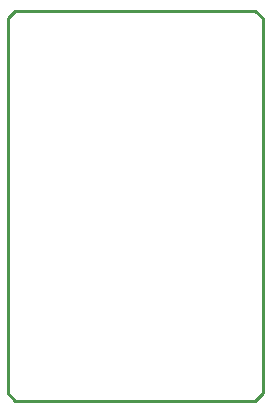
<source format=gbr>
G04 EAGLE Gerber RS-274X export*
G75*
%MOMM*%
%FSLAX34Y34*%
%LPD*%
%IN*%
%IPPOS*%
%AMOC8*
5,1,8,0,0,1.08239X$1,22.5*%
G01*
%ADD10C,0.254000*%


D10*
X0Y6350D02*
X6350Y0D01*
X209550Y0D01*
X215900Y6350D01*
X215900Y323850D01*
X209550Y330200D01*
X6350Y330200D01*
X0Y323850D01*
X0Y6350D01*
M02*

</source>
